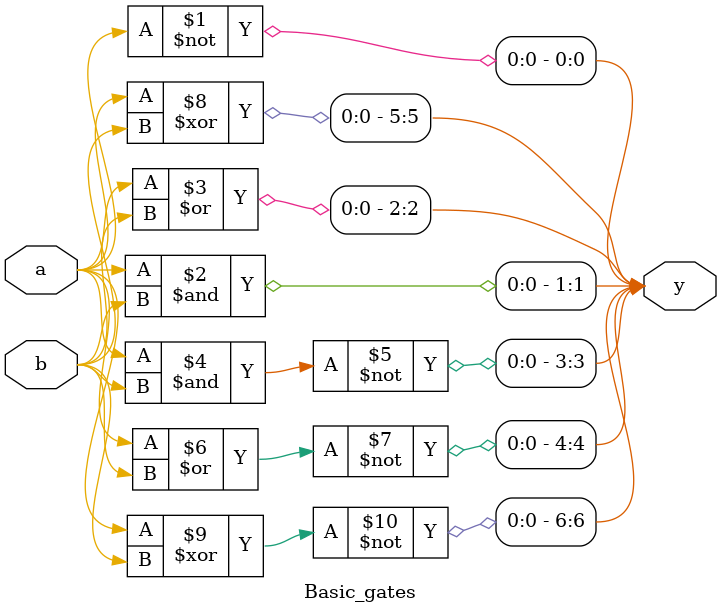
<source format=v>
module Basic_gates(
    input a,
    input b,
    output [0:6]y   
    );
    assign y[0]=~a;
    assign y[1]=a&b;
    assign y[2]=a|b;
    assign y[3]=~(a &b);
    assign y[4]=~(a|b);
    assign y[5]=a^b;
    assign y[6]=~(a^b);
    endmodule

</source>
